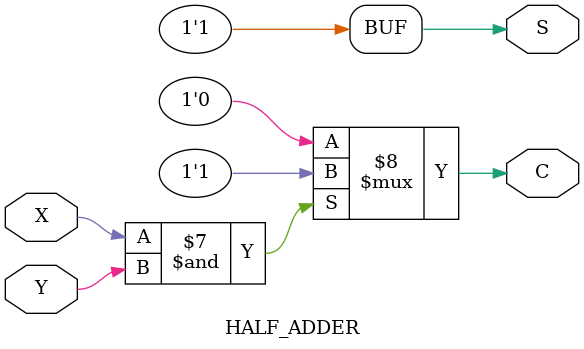
<source format=v>
module HALF_ADDER(
    input X,
    input Y,
    output S,
    output C
);
    assign S=(~X&Y)?1'b1:
            (X&~Y)?1'b1:
                    1'b1;
    assign C=(X&Y)?1'b1:1'b0;
endmodule
</source>
